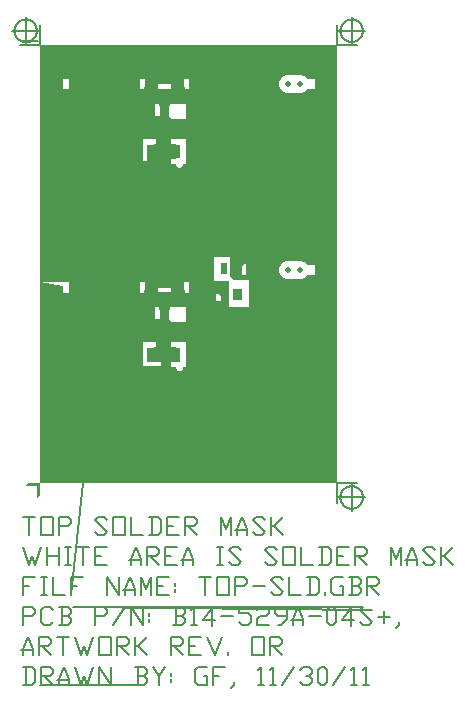
<source format=gbr>
G04 AutoGERB for AutoCAD 14/2000*
G04 RS274-X Output *
%FSLAX34Y34*%
%MOIN*%
%ADD12C,0.005000*%
%ADD13C,0.007000*%
%ADD14C,0.006667*%
%ADD15C,0.006250*%
%ADD16C,0.030000*%
%ADD17C,0.012488*%
%ADD18C,0.013000*%
%ADD19C,0.020000*%
%ADD20C,0.096000*%
G54D15*X10759Y15079D02*X10758Y15105D01*X10755Y15130*X10751Y15156*X10745Y15181*X10736Y15206*X10726Y15231*X10715Y15254*X10703Y15276*X10688Y15299*X10671Y15319*X10654Y15339*X10635Y15356*X10615Y15374*X10595Y15389*X10573Y15403*X10549Y15415*X10525Y15426*X10501Y15435*X10476Y15443*X10450Y15448*X10425Y15451*X10399Y15454*G54D15*X10384Y14704D02*X10410Y14705D01*X10436Y14708*X10461Y14711*X10488Y14718*X10511Y14726*X10536Y14736*X10560Y14748*X10583Y14760*X10604Y14775*X10624Y14791*X10644Y14809*X10661Y14828*X10679Y14846*X10694Y14868*X10708Y14890*X10720Y14913*X10731Y14936*X10740Y14961*X10748Y14986*X10753Y15011*X10756Y15038*X10759Y15064*G54D15*X10384Y15079D02*X10836Y15079D01*G54D15*X10009Y15079D02*X10010Y15053D01*X10013Y15026*X10018Y15001*X10024Y14975*X10031Y14951*X10041Y14926*X10053Y14903*X10065Y14880*X10080Y14859*X10096Y14838*X10114Y14819*X10133Y14800*X10153Y14784*X10174Y14769*X10195Y14755*X10219Y14743*X10243Y14731*X10266Y14723*X10291Y14715*X10318Y14710*X10343Y14706*X10369Y14704*G54D15*X10384Y15079D02*X10384Y14626D01*G54D15*X9900Y14600D02*X9900Y15271D01*G54D15*X9900Y14600D02*X10571Y14600D01*G54D15*X10384Y15454D02*X10358Y15453D01*X10331Y15450*X10306Y15445*X10281Y15439*X10256Y15431*X10231Y15421*X10209Y15410*X10186Y15398*X10164Y15383*X10144Y15366*X10124Y15349*X10106Y15330*X10089Y15310*X10074Y15289*X10060Y15268*X10048Y15244*X10036Y15220*X10028Y15196*X10020Y15171*X10015Y15145*X10011Y15120*X10009Y15094*G54D15*X10384Y15079D02*X9931Y15079D01*G54D15*X10384Y15079D02*X10384Y15531D01*G54D15*X-484Y15454D02*X-510Y15453D01*X-536Y15450*X-561Y15445*X-588Y15439*X-611Y15431*X-636Y15421*X-660Y15410*X-683Y15398*X-704Y15383*X-724Y15366*X-744Y15349*X-761Y15330*X-779Y15310*X-794Y15289*X-808Y15268*X-820Y15244*X-831Y15220*X-840Y15196*X-848Y15171*X-853Y15145*X-856Y15120*X-859Y15094*G54D15*X-859Y15079D02*X-858Y15053D01*X-855Y15026*X-851Y15001*X-845Y14975*X-836Y14951*X-826Y14926*X-815Y14903*X-803Y14880*X-788Y14859*X-771Y14838*X-754Y14819*X-735Y14800*X-715Y14784*X-695Y14769*X-673Y14755*X-649Y14743*X-625Y14731*X-60
1Y14723*X-576Y14715*X-550Y14710*X-525Y14706*X-499Y14704*G54D15*X-484Y15079D02*X-936Y15079D01*G54D15*X-484Y14704D02*X-458Y14705D01*X-431Y14708*X-406Y14711*X-381Y14718*X-356Y14726*X-331Y14736*X-309Y14748*X-286Y14760*X-264Y14775*X-244Y14791*X-224Y14809*X-206Y14828*X-189Y14846*X-174Y14868*X-160Y14890*X-148Y14913*X-136Y14936*X-128Y14961*X-120Y14986*X-115Y15011*X-111Y15038*X-109Y15064*G54D15*X-484Y15079D02*X-484Y14626D01*G54D15*X0Y14600D02*X0Y15271D01*G54D15*X0Y14600D02*X-671Y14600D01*G54D15*X-109Y15079D02*X-110Y15105D01*X-113Y15130*X-118Y15156*X-124Y15181*X-131Y15206*X-141Y15231*X-153Y15254*X-165Y15276*X-180Y15299*X-196Y15319*X-214Y15339*X-233Y15356*X-253Y15374*X-274Y15389*X-295Y15403*X-319Y15415*X-343Y15426*X-366Y15435*X-391Y15443*X-418Y15448*X-443Y15451*X-469Y15454*G54D15*X-484Y15079D02*X-31Y15079D01*G54D15*X-484Y15079D02*X-484Y15531D01*G54D15*X10384Y-104D02*X10358Y-105D01*X10331Y-108*X10306Y-111*X10281Y-118*X10256Y-126*X10231Y-136*X10209Y-148*X10186Y-160*X10164Y-175*X10144Y-191*X10124Y-209*X10106Y-228*X10089Y-246*X10074Y-268*X10060Y-290*X10048Y-313*X10036Y-336*X10028Y-361*X10020Y-386*X10015Y-411*X10011Y-438*X10009Y-464*G54D15*X10009Y-479D02*X10010Y-505D01*X10013Y-530*X10018Y-556*X10024Y-581*X10031Y-606*X10041Y-631*X10053Y-654*X10065Y-676*X10080Y-699*X10096Y-719*X10114Y-739*X10133Y-756*X10153Y-774*X10174Y-789*X10195Y-803*X10219Y-815*X10243Y-826*X10266Y-835*X10291Y-843*X10318Y-848*X10343Y-851*X10369Y-854*G54D15*X9900Y0D02*X10571Y0D01*G54D15*X10384Y-479D02*X9931Y-479D01*G54D15*X9900Y0D02*X9900Y-671D01*G54D15*X10384Y-854D02*X10410Y-853D01*X10436Y-850*X10461Y-845*X10488Y-839*X10511Y-831*X10536Y-821*X10560Y-810*X10583Y-798*X10604Y-783*X10624Y-766*X10644Y-749*X10661Y-730*X10679Y-710*X10694Y-689*X10708Y-668*X10720Y-644*X10731Y-620*X10740Y-596*X10748Y-571*X10753Y-545*X10756Y-520*X10759Y-494*G54D15*X10384Y-479D02*X10384Y-931D01*G54D15*X10759Y-479D02*X10758Y-453D01*X10755Y-426*X10751Y-401*X10745Y-375*X10736Y-351*X10726Y-326*X10715Y-303*X10703Y-280*X10688Y-259*X10671Y-238*X10654Y
-219*X10635Y-200*X10615Y-184*X10595Y-169*X10573Y-155*X10549Y-143*X10525Y-131*X10501Y-123*X10476Y-115*X10450Y-110*X10425Y-106*X10399Y-104*G54D15*X10384Y-479D02*X10836Y-479D01*G54D15*X10384Y-479D02*X10384Y-26D01*G36*X-390Y0D02*X-495Y-113D01*X-113Y-113*X-113Y-495*X0Y-390*X0Y0*X-390Y0*G37*G36*X4805Y6430D02*X4805Y6700D01*X4975Y6700*X4975Y6487*X6299Y6487*X6299Y6725*X5789Y6725*X5789Y7550*X6329Y7550*X6329Y6889*X6448Y6770*X6879Y6770*X6879Y6925*X6729Y6925*X6729Y7225*X6789Y7285*X6879Y7285*X6879Y6770*X6969Y6770*X6969Y5875*X6512Y5875*X6512Y0*X9900Y0*X9900Y7046*X9150Y7046*X9150Y6920*X8904Y6920*X8891Y6904*X8876Y6888*X8861Y6874*X8845Y6861*X8828Y6849*X8810Y6838*X8792Y6829*X8772Y6820*X8753Y6813*X8733Y6808*X8712Y6804*X8691Y6801*X8664Y6800*X8264Y6800*X8243Y6801*X8222Y6803*X8202Y6807*X8181Y6812*X8161Y6818*X8142Y6826*X8123Y6835*X8105Y6845*X8088Y6857*X8071Y6870*X8056Y6884*X8041Y6899*X8028Y6915*X8016Y6932*X8004Y6949*X7995Y6968*X7986Y6987*X7979Y7006*X7973Y7026*X7969Y7047*X7966Y7067*X7964Y7088*X7964Y7109*X7965Y7130*X7968Y7151*X7972Y7171*X7978Y7191*X7985Y7211*X7993Y7230*X8003Y7248*X8014Y7266*X8026Y7283*X8039Y7299*X8054Y7314*X8069Y7328*X8086Y7341*X8103Y7353*X8121Y7364*X8139Y7373*X8159Y7381*X8179Y7388*X8199Y7393*X8219Y7397*X8240Y7399*X8264Y7400*X8664Y7400*X8685Y7399*X8705Y7397*X8726Y7393*X8746Y7388*X8766Y7382*X8785Y7374*X8804Y7365*X8822Y7355*X8840Y7343*X8856Y7330*X8872Y7316*X8886Y7301*X8904Y7280*X9150Y7280*X9150Y7139*X9900Y7139*X9900Y13246*X9150Y13246*X9150Y13120*X8904Y13120*X8891Y13104*X8876Y13088*X8861Y13074*X8845Y13061*X8828Y13049*X8810Y13038*X8792Y13029*X8772Y13020*X8753Y13013*X8733Y13008*X8712Y13004*X8691Y13001*X8664Y13000*X8264Y13000*X8243Y13001*X8222Y13003*X8202Y13007*X8181Y13012*X8161Y13018*X8142Y13026*X8123Y13035*X8105Y13045*X8088Y13057*X8071Y13070*X8056Y13084*X8041Y13099*X8028Y13115*X8016Y13132*X8004Y13149*X7995Y13168*X7986Y13187*X7979Y13206*X7973Y13226*X7969Y13247*X7966Y13267*X7964Y13288*X7964Y13309*X7965Y13330*X7968Y13351*X7972Y13371*X7978Y13391*X7985Y13411*X7993Y13430*X8003Y13448*X
8014Y13466*X8026Y13483*X8039Y13499*X8054Y13514*X8069Y13528*X8086Y13541*X8103Y13553*X8121Y13564*X8139Y13573*X8159Y13581*X8179Y13588*X8199Y13593*X8219Y13597*X8240Y13599*X8264Y13600*X8664Y13600*X8685Y13599*X8705Y13597*X8726Y13593*X8746Y13588*X8766Y13582*X8785Y13574*X8804Y13565*X8822Y13555*X8840Y13543*X8856Y13530*X8872Y13516*X8886Y13501*X8904Y13480*X9150Y13480*X9150Y13339*X9900Y13339*X9900Y14600*X4906Y14600*X4906Y13480*X4975Y13480*X4975Y13120*X4825Y13120*X4825Y13210*X4805Y13210*X4805Y13480*X4858Y13480*X4858Y14600*X4198Y14600*X4198Y13295*X4375Y13295*X4375Y13145*X3925Y13145*X3925Y13295*X4150Y13295*X4150Y14600*X3426Y14600*X3426Y13480*X3495Y13480*X3495Y13210*X3475Y13210*X3475Y13120*X3325Y13120*X3325Y13480*X3378Y13480*X3378Y14600*X884Y14600*X884Y13480*X950Y13480*X950Y13120*X750Y13120*X750Y13480*X835Y13480*X835Y14600*X0Y14600*X0Y12466*X3825Y12466*X3825Y12650*X3975Y12650*X3975Y12560*X3995Y12560*X3995Y12466*X4305Y12466*X4305Y12560*X4325Y12560*X4325Y12650*X4875Y12650*X4875Y12140*X4405Y12140*X4305Y12240*X4305Y12373*X3995Y12373*X3995Y12240*X3825Y12240*X3825Y12373*X0Y12373*X0Y11118*X3420Y11118*X3420Y11480*X3875Y11480*X3875Y11300*X3785Y11300*X3785Y11280*X3570Y11280*X3570Y11118*X4670Y11118*X4670Y11280*X4515Y11280*X4515Y11300*X4365Y11300*X4365Y11480*X4875Y11480*X4875Y10650*X4765Y10650*X4765Y10620*X4765Y10612*X4764Y10604*X4763Y10596*X4761Y10588*X4758Y10581*X4755Y10573*X4752Y10566*X4748Y10559*X4743Y10553*X4738Y10546*X4733Y10540*X4727Y10535*X4721Y10530*X4715Y10525*X4708Y10521*X4701Y10517*X4693Y10514*X4686Y10511*X4678Y10509*X4670Y10507*X4663Y10506*X4655Y10505*X4647Y10505*X4639Y10506*X4631Y10507*X4623Y10508*X4615Y10510*X4608Y10513*X4600Y10516*X4593Y10520*X4586Y10524*X4580Y10529*X4574Y10534*X4568Y10540*X4562Y10545*X4557Y10552*X4553Y10558*X4549Y10565*X4545Y10572*X4542Y10580*X4540Y10587*X4538Y10595*X4536Y10603*X4535Y10611*X4535Y10620*X4535Y10650*X4365Y10650*X4365Y10800*X4515Y10800*X4515Y10820*X4670Y10820*X4670Y11024*X3570Y11024*X3570Y10750*X3420Y10750*X3420Y11024*X0Y11024*X0Y6581*X750Y6581*X7
50Y6700*X950Y6700*X950Y6581*X3325Y6581*X3325Y6700*X3495Y6700*X3495Y6491*X3925Y6491*X3925Y6515*X4375Y6515*X4375Y6365*X3925Y6365*X3925Y6448*X3495Y6448*X3495Y6430*X3475Y6430*X3475Y6340*X3325Y6340*X3325Y6487*X950Y6487*X950Y6340*X750Y6340*X750Y6487*X0Y6487*X0Y5686*X3825Y5686*X3825Y5870*X3975Y5870*X3975Y5780*X3995Y5780*X3995Y5686*X4305Y5686*X4305Y5780*X4325Y5780*X4325Y5870*X4875Y5870*X4875Y5360*X4405Y5360*X4305Y5460*X4305Y5593*X3995Y5593*X3995Y5460*X3825Y5460*X3825Y5593*X0Y5593*X0Y4338*X3420Y4338*X3420Y4700*X3875Y4700*X3875Y4520*X3785Y4520*X3785Y4500*X3570Y4500*X3570Y4338*X4670Y4338*X4670Y4500*X4515Y4500*X4515Y4520*X4365Y4520*X4365Y4700*X4875Y4700*X4875Y3870*X4765Y3870*X4765Y3840*X4765Y3832*X4764Y3824*X4763Y3816*X4761Y3808*X4758Y3801*X4755Y3793*X4752Y3786*X4748Y3779*X4743Y3773*X4738Y3766*X4733Y3760*X4727Y3755*X4721Y3750*X4715Y3745*X4708Y3741*X4701Y3737*X4693Y3734*X4686Y3731*X4678Y3729*X4670Y3727*X4663Y3726*X4655Y3725*X4647Y3725*X4639Y3726*X4631Y3727*X4623Y3728*X4615Y3730*X4608Y3733*X4600Y3736*X4593Y3740*X4586Y3744*X4580Y3749*X4574Y3754*X4568Y3760*X4562Y3765*X4557Y3772*X4553Y3778*X4549Y3785*X4545Y3792*X4542Y3800*X4540Y3807*X4538Y3815*X4536Y3823*X4535Y3831*X4535Y3840*X4535Y3870*X4365Y3870*X4365Y4020*X4515Y4020*X4515Y4040*X4670Y4040*X4670Y4244*X3570Y4244*X3570Y4040*X4040Y4040*X4040Y3890*X3420Y3890*X3420Y4244*X0Y4244*X0Y0*X6512Y0*X6512Y5875*X6299Y5875*X6299Y6055*X5869Y6055*X5869Y6295*X5959Y6295*X6019Y6235*X6019Y6055*X6299Y6055*X6299Y6487*X4975Y6487*X4975Y6340*X4825Y6340*X4825Y6430*X4805Y6430*G37*G36*X6019Y7345D02*X6219Y7345D01*X6219Y6975*X6019Y6975*X6019Y7345*G37*G36*X6414Y6105D02*X6724Y6105D01*X6724Y6475*X6414Y6475*X6414Y6105*G37*G36*X3570Y11024D02*X4670Y11024D01*X4670Y11118*X3570Y11118*X3570Y11024*G37*G36*X0Y11024D02*X3420Y11024D01*X3420Y11118*X0Y11118*X0Y11024*G37*G36*X3995Y12373D02*X4305Y12373D01*X4305Y12466*X3995Y12466*X3995Y12373*G37*G36*X0Y12373D02*X3825Y12373D01*X3825Y12466*X0Y12466*X0Y12373*G37*G36*X835Y13480D02*X884Y13480D01*X884Y14600*X835Y14600*X835Y13480*G37*G36*
X3378Y13480D02*X3426Y13480D01*X3426Y14600*X3378Y14600*X3378Y13480*G37*G36*X4150Y13295D02*X4198Y13295D01*X4198Y14600*X4150Y14600*X4150Y13295*G37*G36*X4858Y13480D02*X4906Y13480D01*X4906Y14600*X4858Y14600*X4858Y13480*G37*G36*X3570Y4244D02*X4670Y4244D01*X4670Y4338*X3570Y4338*X3570Y4244*G37*G36*X0Y4244D02*X3420Y4244D01*X3420Y4338*X0Y4338*X0Y4244*G37*G36*X3995Y5593D02*X4305Y5593D01*X4305Y5686*X3995Y5686*X3995Y5593*G37*G36*X0Y5593D02*X3825Y5593D01*X3825Y5686*X0Y5686*X0Y5593*G37*G36*X0Y6487D02*X750Y6487D01*X750Y6581*X0Y6581*X0Y6487*G37*G36*X950Y6487D02*X3325Y6487D01*X3325Y6581*X950Y6581*X950Y6487*G37*G36*X3495Y6448D02*X3925Y6448D01*X3925Y6491*X3495Y6491*X3495Y6448*G37*G36*X9150Y7046D02*X9900Y7046D01*X9900Y7139*X9150Y7139*X9150Y7046*G37*G36*X9150Y13246D02*X9900Y13246D01*X9900Y13339*X9150Y13339*X9150Y13246*G37*G54D19*X8664Y7100D03*G54D19*X8264Y7100D03*G54D19*X8664Y13300D03*G54D19*X8264Y13300D03*G54D13*X-558Y-1138D02*X-158Y-1138D01*G54D13*X-358Y-1138D02*X-358Y-1738D01*G54D13*X42Y-1738D02*X42Y-1138D01*X441Y-1138*X442Y-1738*X42Y-1738*G54D13*X642Y-1738D02*X642Y-1138D01*X942Y-1138*X1042Y-1239*X1042Y-1339*X942Y-1439*X642Y-1439*G54D13*X1842Y-1638D02*X1942Y-1738D01*X2142Y-1738*X2242Y-1638*X1841Y-1238*X1942Y-1138*X2142Y-1138*X2242Y-1238*G54D13*X2442Y-1738D02*X2442Y-1138D01*X2842Y-1138*X2842Y-1738*X2442Y-1738*G54D13*X3042Y-1139D02*X3042Y-1738D01*X3442Y-1738*G54D13*X3642Y-1738D02*X3942Y-1738D01*X4042Y-1638*X4042Y-1238*X3942Y-1138*X3642Y-1138*G54D13*X3742Y-1138D02*X3742Y-1738D01*G54D13*X4242Y-1738D02*X4242Y-1138D01*X4642Y-1138*G54D13*X4242Y-1438D02*X4442Y-1438D01*G54D13*X4242Y-1738D02*X4642Y-1738D01*G54D13*X4842Y-1738D02*X4842Y-1138D01*X5142Y-1138*X5242Y-1239*X5242Y-1339*X5142Y-1439*X4842Y-1439*G54D13*X4942Y-1439D02*X5242Y-1738D01*G54D13*X6042Y-1738D02*X6042Y-1138D01*X6207Y-1538*X6373Y-1138*X6373Y-1738*G54D13*X6573Y-1738D02*X6573Y-1538D01*X6739Y-1138*X6904Y-1538*X6904Y-1738*G54D13*X6504Y-1573D02*X6904Y-1573D01*G54D13*X7104Y-1638D02*X7204Y-1738D01*X7404Y-1738*X7504Y-1638*X7104Y-1238*X7204
Y-1138*X7404Y-1138*X7504Y-1238*G54D13*X7704Y-1738D02*X7704Y-1139D01*G54D13*X8104Y-1138D02*X7804Y-1439D01*X7704Y-1439*G54D13*X7804Y-1439D02*X8104Y-1738D01*G54D13*X-558Y-4738D02*X-558Y-4138D01*X-258Y-4138*X-158Y-4239*X-159Y-4339*X-258Y-4439*X-558Y-4439*G54D13*X442Y-4638D02*X342Y-4738D01*X142Y-4738*X42Y-4638*X42Y-4238*X142Y-4138*X342Y-4138*X442Y-4238*G54D13*X642Y-4738D02*X942Y-4738D01*X1042Y-4638*X1042Y-4538*X941Y-4438*X742Y-4438*G54D13*X941Y-4438D02*X1042Y-4338D01*X1042Y-4238*X942Y-4138*X642Y-4138*G54D13*X742Y-4138D02*X742Y-4738D01*G54D13*X1842Y-4738D02*X1842Y-4138D01*X2142Y-4138*X2242Y-4239*X2242Y-4339*X2142Y-4439*X1842Y-4439*G54D13*X2442Y-4738D02*X2842Y-4138D01*G54D13*X3042Y-4738D02*X3042Y-4139D01*X3442Y-4738*X3442Y-4138*G54D13*X3642Y-4338D02*X3642Y-4439D01*G54D13*X3642Y-4538D02*X3642Y-4639D01*G54D13*X4442Y-4738D02*X4742Y-4738D01*X4842Y-4638*X4842Y-4538*X4742Y-4438*X4542Y-4438*G54D13*X4742Y-4438D02*X4842Y-4338D01*X4842Y-4238*X4742Y-4138*X4442Y-4138*G54D13*X4542Y-4138D02*X4542Y-4738D01*G54D13*X5042Y-4238D02*X5142Y-4138D01*X5142Y-4738*G54D13*X5042Y-4738D02*X5242Y-4738D01*G54D13*X5842Y-4573D02*X5442Y-4573D01*X5741Y-4173*X5742Y-4772*G54D13*X6042Y-4438D02*X6442Y-4438D01*G54D13*X6642Y-4639D02*X6742Y-4738D01*X6942Y-4738*X7042Y-4639*X7042Y-4439*X6942Y-4338*X6642Y-4338*X6642Y-4138*X7042Y-4138*G54D13*X7242Y-4239D02*X7342Y-4138D01*X7542Y-4138*X7642Y-4238*X7642Y-4338*X7542Y-4439*X7342Y-4439*X7242Y-4539*X7242Y-4738*X7642Y-4738*G54D13*X7942Y-4738D02*X8042Y-4738D01*X8242Y-4538*X8242Y-4238*X8142Y-4138*X7942Y-4138*X7842Y-4238*X7842Y-4338*X7941Y-4438*X8242Y-4438*G54D13*X8442Y-4738D02*X8442Y-4538D01*X8607Y-4138*X8773Y-4538*X8773Y-4738*G54D13*X8373Y-4573D02*X8773Y-4573D01*G54D13*X8973Y-4438D02*X9373Y-4438D01*G54D13*X9673Y-4738D02*X9573Y-4638D01*X9573Y-4238*X9673Y-4138*X9773Y-4138*X9873Y-4238*X9873Y-4638*X9773Y-4738*X9673Y-4738*G54D13*X10473Y-4573D02*X10073Y-4573D01*X10373Y-4173*X10373Y-4772*G54D13*X10673Y-4638D02*X10773Y-4738D01*X10973Y-4738*X11073Y-4639*X10673Y-4238*X10773Y-4138*X1097
3Y-4138*X11073Y-4238*G54D13*X11473Y-4656D02*X11473Y-4256D01*G54D13*X11673Y-4456D02*X11273Y-4456D01*G54D13*X11973Y-4638D02*X11973Y-4738D01*X11873Y-4837*G54D13*X-558Y-5738D02*X-558Y-5538D01*X-393Y-5138*X-227Y-5539*X-227Y-5738*G54D13*X-626Y-5573D02*X-227Y-5573D01*G54D13*X-27Y-5738D02*X-27Y-5138D01*X273Y-5138*X373Y-5239*X373Y-5339*X273Y-5439*X-27Y-5439*G54D13*X73Y-5439D02*X373Y-5738D01*G54D13*X573Y-5138D02*X973Y-5138D01*G54D13*X773Y-5138D02*X773Y-5738D01*G54D13*X1173Y-5138D02*X1373Y-5738D01*X1473Y-5438*X1573Y-5738*X1773Y-5138*G54D13*X1973Y-5738D02*X1973Y-5138D01*X2373Y-5138*X2373Y-5738*X1973Y-5738*G54D13*X2573Y-5738D02*X2573Y-5138D01*X2873Y-5138*X2973Y-5239*X2973Y-5339*X2873Y-5439*X2573Y-5439*G54D13*X2673Y-5439D02*X2973Y-5738D01*G54D13*X3173Y-5738D02*X3173Y-5138D01*G54D13*X3573Y-5138D02*X3273Y-5439D01*X3173Y-5439*G54D13*X3273Y-5439D02*X3573Y-5738D01*G54D13*X4373Y-5738D02*X4373Y-5138D01*X4673Y-5138*X4773Y-5239*X4773Y-5339*X4673Y-5439*X4373Y-5439*G54D13*X4473Y-5439D02*X4773Y-5738D01*G54D13*X4973Y-5738D02*X4973Y-5138D01*X5373Y-5138*G54D13*X4973Y-5438D02*X5173Y-5438D01*G54D13*X4973Y-5738D02*X5373Y-5738D01*G54D13*X5573Y-5138D02*X5821Y-5738D01*X6070Y-5138*G54D13*X6270Y-5738D02*X6270Y-5638D01*G54D13*X7070Y-5738D02*X7070Y-5138D01*X7470Y-5138*X7470Y-5738*X7070Y-5738*G54D13*X7670Y-5738D02*X7670Y-5138D01*X7970Y-5138*X8070Y-5239*X8070Y-5339*X7970Y-5439*X7670Y-5439*G54D13*X7770Y-5439D02*X8070Y-5738D01*G54D13*X-558Y-2138D02*X-358Y-2738D01*X-258Y-2438*X-158Y-2738*X42Y-2138*G54D13*X242Y-2738D02*X242Y-2138D01*G54D13*X242Y-2438D02*X642Y-2438D01*G54D13*X642Y-2138D02*X642Y-2738D01*G54D13*X842Y-2139D02*X1042Y-2138D01*G54D13*X942Y-2138D02*X942Y-2738D01*G54D13*X842Y-2738D02*X1042Y-2738D01*G54D13*X1242Y-2138D02*X1642Y-2139D01*G54D13*X1442Y-2138D02*X1442Y-2738D01*G54D13*X1842Y-2738D02*X1842Y-2138D01*X2242Y-2138*G54D13*X1842Y-2438D02*X2042Y-2438D01*G54D13*X1842Y-2738D02*X2242Y-2738D01*G54D13*X3042Y-2738D02*X3042Y-2538D01*X3207Y-2138*X3373Y-2538*X3373Y-2738*G54D13*X2973Y-2573D02*X3373Y-2573D01*G5
4D13*X3573Y-2738D02*X3573Y-2138D01*X3873Y-2138*X3973Y-2239*X3973Y-2339*X3873Y-2439*X3573Y-2439*G54D13*X3673Y-2439D02*X3973Y-2738D01*G54D13*X4173Y-2738D02*X4173Y-2138D01*X4573Y-2138*G54D13*X4173Y-2438D02*X4373Y-2438D01*G54D13*X4173Y-2738D02*X4573Y-2738D01*G54D13*X4773Y-2738D02*X4773Y-2538D01*X4939Y-2138*X5104Y-2538*X5104Y-2738*G54D13*X4704Y-2573D02*X5104Y-2573D01*G54D13*X5904Y-2138D02*X6104Y-2138D01*G54D13*X6004Y-2138D02*X6004Y-2738D01*G54D13*X5904Y-2738D02*X6104Y-2738D01*G54D13*X6304Y-2639D02*X6404Y-2738D01*X6604Y-2738*X6704Y-2638*X6304Y-2238*X6404Y-2138*X6604Y-2138*X6704Y-2238*G54D13*X7504Y-2638D02*X7604Y-2738D01*X7804Y-2738*X7904Y-2638*X7504Y-2238*X7604Y-2138*X7804Y-2138*X7904Y-2238*G54D13*X8104Y-2738D02*X8104Y-2138D01*X8504Y-2138*X8504Y-2738*X8104Y-2738*G54D13*X8704Y-2139D02*X8704Y-2738D01*X9104Y-2738*G54D13*X9304Y-2738D02*X9604Y-2738D01*X9704Y-2638*X9704Y-2238*X9604Y-2138*X9304Y-2138*G54D13*X9404Y-2138D02*X9404Y-2738D01*G54D13*X9904Y-2738D02*X9904Y-2138D01*X10304Y-2138*G54D13*X9904Y-2438D02*X10104Y-2438D01*G54D13*X9904Y-2738D02*X10304Y-2738D01*G54D13*X10504Y-2738D02*X10504Y-2138D01*X10804Y-2138*X10904Y-2239*X10904Y-2339*X10804Y-2439*X10504Y-2439*G54D13*X10604Y-2439D02*X10904Y-2738D01*G54D13*X11704Y-2738D02*X11704Y-2138D01*X11870Y-2538*X12036Y-2138*X12036Y-2738*G54D13*X12236Y-2738D02*X12236Y-2538D01*X12401Y-2138*X12567Y-2538*X12567Y-2738*G54D13*X12167Y-2573D02*X12567Y-2573D01*G54D13*X12767Y-2638D02*X12867Y-2738D01*X13067Y-2738*X13167Y-2639*X12767Y-2238*X12867Y-2138*X13067Y-2138*X13167Y-2238*G54D13*X13367Y-2738D02*X13367Y-2138D01*G54D13*X13767Y-2138D02*X13467Y-2439D01*X13367Y-2439*G54D13*X13467Y-2439D02*X13767Y-2738D01*G54D13*X-558Y-3738D02*X-558Y-3138D01*X-158Y-3138*G54D13*X-558Y-3438D02*X-358Y-3438D01*G54D13*X42Y-3138D02*X242Y-3138D01*G54D13*X142Y-3138D02*X142Y-3738D01*G54D13*X42Y-3738D02*X242Y-3738D01*G54D13*X441Y-3138D02*X442Y-3738D01*X842Y-3738*G54D13*X1042Y-3738D02*X1042Y-3138D01*X1442Y-3138*G54D13*X1042Y-3438D02*X1242Y-3439D01*G54D13*X1042Y-3738D02*X1442Y-3
738D01*G54D13*X2242Y-3738D02*X2242Y-3138D01*X2642Y-3738*X2642Y-3138*G54D13*X2842Y-3738D02*X2842Y-3539D01*X3007Y-3138*X3173Y-3538*X3173Y-3738*G54D13*X2773Y-3573D02*X3173Y-3573D01*G54D13*X3373Y-3738D02*X3373Y-3138D01*X3539Y-3538*X3704Y-3138*X3704Y-3738*G54D13*X3904Y-3738D02*X3904Y-3138D01*X4304Y-3138*G54D13*X3904Y-3439D02*X4104Y-3438D01*G54D13*X3904Y-3738D02*X4304Y-3738D01*G54D13*X4504Y-3339D02*X4504Y-3438D01*G54D13*X4504Y-3538D02*X4504Y-3638D01*G54D13*X5304Y-3138D02*X5704Y-3138D01*G54D13*X5504Y-3138D02*X5504Y-3738D01*G54D13*X5904Y-3738D02*X5904Y-3138D01*X6304Y-3138*X6304Y-3738*X5904Y-3738*G54D13*X6504Y-3738D02*X6504Y-3138D01*X6804Y-3139*X6904Y-3239*X6904Y-3339*X6804Y-3439*X6504Y-3439*G54D13*X7104Y-3438D02*X7504Y-3438D01*G54D13*X7704Y-3638D02*X7804Y-3738D01*X8004Y-3738*X8104Y-3638*X7704Y-3238*X7804Y-3138*X8004Y-3138*X8104Y-3238*G54D13*X8304Y-3138D02*X8304Y-3738D01*X8704Y-3738*G54D13*X8904Y-3738D02*X9204Y-3738D01*X9304Y-3638*X9304Y-3238*X9204Y-3138*X8904Y-3138*G54D13*X9004Y-3138D02*X9004Y-3738D01*G54D13*X9504Y-3738D02*X9504Y-3638D01*G54D13*X10004Y-3438D02*X10104Y-3438D01*X10104Y-3738*X9804Y-3738*X9704Y-3638*X9704Y-3238*X9804Y-3138*X10104Y-3138*G54D13*X10304Y-3738D02*X10604Y-3738D01*X10704Y-3638*X10704Y-3538*X10604Y-3438*X10404Y-3438*G54D13*X10604Y-3438D02*X10704Y-3338D01*X10704Y-3238*X10604Y-3138*X10304Y-3138*G54D13*X10404Y-3138D02*X10404Y-3738D01*G54D13*X10904Y-3738D02*X10904Y-3138D01*X11204Y-3138*X11304Y-3239*X11304Y-3339*X11204Y-3439*X10904Y-3439*G54D13*X11004Y-3439D02*X11304Y-3738D01*G54D13*X-558Y-6738D02*X-258Y-6738D01*X-158Y-6638*X-158Y-6238*X-259Y-6138*X-558Y-6138*G54D13*X-458Y-6138D02*X-458Y-6738D01*G54D13*X42Y-6738D02*X42Y-6138D01*X342Y-6138*X442Y-6239*X442Y-6339*X342Y-6439*X42Y-6439*G54D13*X142Y-6439D02*X442Y-6738D01*G54D13*X642Y-6738D02*X642Y-6538D01*X807Y-6138*X973Y-6538*X973Y-6738*G54D13*X573Y-6573D02*X973Y-6573D01*G54D13*X1173Y-6138D02*X1373Y-6738D01*X1473Y-6438*X1573Y-6738*X1773Y-6138*G54D13*X1973Y-6738D02*X1973Y-6138D01*X2373Y-6738*X2373Y-6138*G54D13*X3
173Y-6738D02*X3473Y-6738D01*X3573Y-6638*X3573Y-6538*X3473Y-6438*X3273Y-6438*G54D13*X3473Y-6438D02*X3573Y-6338D01*X3573Y-6238*X3473Y-6138*X3173Y-6138*G54D13*X3273Y-6138D02*X3273Y-6738D01*G54D13*X3773Y-6138D02*X3973Y-6438D01*X3973Y-6738*G54D13*X3973Y-6438D02*X4173Y-6138D01*G54D13*X4373Y-6339D02*X4373Y-6438D01*G54D13*X4373Y-6538D02*X4373Y-6638D01*G54D13*X5473Y-6438D02*X5573Y-6438D01*X5573Y-6738*X5273Y-6738*X5173Y-6638*X5173Y-6238*X5273Y-6138*X5573Y-6138*G54D13*X5773Y-6738D02*X5773Y-6138D01*X6173Y-6138*G54D13*X5773Y-6438D02*X5973Y-6439D01*G54D13*X6473Y-6638D02*X6473Y-6738D01*X6373Y-6837*G54D13*X7273Y-6238D02*X7373Y-6138D01*X7373Y-6738*G54D13*X7273Y-6738D02*X7473Y-6738D01*G54D13*X7673Y-6238D02*X7773Y-6138D01*X7773Y-6738*G54D13*X7673Y-6738D02*X7873Y-6738D01*G54D13*X8073Y-6738D02*X8473Y-6138D01*G54D13*X8673Y-6238D02*X8773Y-6138D01*X8973Y-6138*X9073Y-6238*X9073Y-6338*X8973Y-6439*X8873Y-6439*G54D13*X8973Y-6439D02*X9073Y-6539D01*X9073Y-6639*X8973Y-6738*X8773Y-6738*X8673Y-6639*G54D13*X9373Y-6738D02*X9273Y-6638D01*X9273Y-6238*X9373Y-6138*X9473Y-6138*X9573Y-6238*X9573Y-6638*X9473Y-6738*X9373Y-6738*G54D13*X9773Y-6738D02*X10173Y-6138D01*G54D13*X10373Y-6238D02*X10473Y-6138D01*X10473Y-6738*G54D13*X10373Y-6738D02*X10573Y-6738D01*G54D13*X10773Y-6238D02*X10873Y-6138D01*X10873Y-6738*G54D13*X10773Y-6738D02*X10973Y-6738D01*M02*

	THIS DOCUMENT AND ITS CONTENTS ARE OWNED BY, AND ARE
THE CONFIDENTIAL AND PROPRIETARY INFORMATION OF, MINI-CIRCUITS
("CONFIDENTIAL INFORMATION") AND MINI-CIRCUITS RESERVES ALL
DESIGN, USE, MANUFACTURING AND REPRODUCTION RIGHTS THERETO.
UNLESS OTHERWISE EXPRESSLY AGREED TO IN WRITING BY MINI-
CIRCUITS, THE CONFIDENTIAL INFROMATION WILL: (i) BE USED BY MINI-
CIRCUITS' VENDORS, VENDEES, OR THE UNITED STATES GOVERNMENT
("RECEIVING PARTY") SOLELY TO PROMOTE THE COMMERCIAL
RELATIONSHIP BETWEEN RECEIVING PARTY AND MINI-CIRCUITS
("PURPOSE") AND THEN ONLY TO THE EXTENT SPECIFIED BY MINI-
CIRCUITS; (ii) NOT BE USED FOR ANY OTHER PURPOSE AND NOT BE USED
IN ANY WAY DETRIMENTAL TO MINI-CIRCUITS OR TO COMPETE AGAINST
MINI-CIRCUITS; AND (iii) BE KEPT CONFIDENTIAL BY THE RECEIVING PARTY
AND RECEIVING PARTY AGREES NOT TO DISCLOSE THE CONFIDENTIAL
INFORMATION TO ANY THIRD PARTY.

</source>
